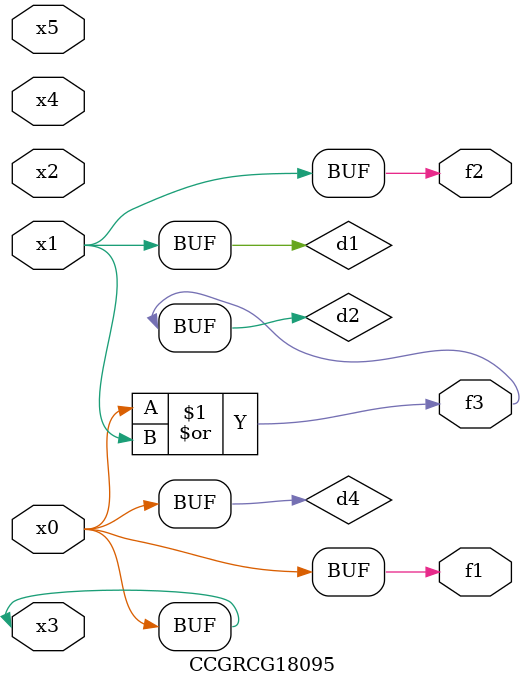
<source format=v>
module CCGRCG18095(
	input x0, x1, x2, x3, x4, x5,
	output f1, f2, f3
);

	wire d1, d2, d3, d4;

	and (d1, x1);
	or (d2, x0, x1);
	nand (d3, x0, x5);
	buf (d4, x0, x3);
	assign f1 = d4;
	assign f2 = d1;
	assign f3 = d2;
endmodule

</source>
